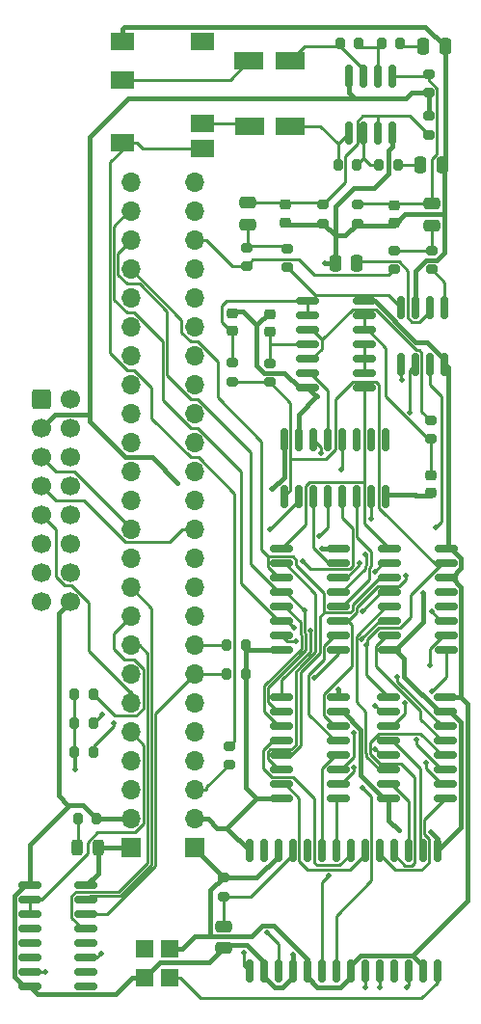
<source format=gbr>
%TF.GenerationSoftware,KiCad,Pcbnew,(7.0.0-0)*%
%TF.CreationDate,2023-03-31T09:05:14+02:00*%
%TF.ProjectId,Nes Sound Expansion,4e657320-536f-4756-9e64-20457870616e,rev?*%
%TF.SameCoordinates,Original*%
%TF.FileFunction,Copper,L1,Top*%
%TF.FilePolarity,Positive*%
%FSLAX46Y46*%
G04 Gerber Fmt 4.6, Leading zero omitted, Abs format (unit mm)*
G04 Created by KiCad (PCBNEW (7.0.0-0)) date 2023-03-31 09:05:14*
%MOMM*%
%LPD*%
G01*
G04 APERTURE LIST*
G04 Aperture macros list*
%AMRoundRect*
0 Rectangle with rounded corners*
0 $1 Rounding radius*
0 $2 $3 $4 $5 $6 $7 $8 $9 X,Y pos of 4 corners*
0 Add a 4 corners polygon primitive as box body*
4,1,4,$2,$3,$4,$5,$6,$7,$8,$9,$2,$3,0*
0 Add four circle primitives for the rounded corners*
1,1,$1+$1,$2,$3*
1,1,$1+$1,$4,$5*
1,1,$1+$1,$6,$7*
1,1,$1+$1,$8,$9*
0 Add four rect primitives between the rounded corners*
20,1,$1+$1,$2,$3,$4,$5,0*
20,1,$1+$1,$4,$5,$6,$7,0*
20,1,$1+$1,$6,$7,$8,$9,0*
20,1,$1+$1,$8,$9,$2,$3,0*%
G04 Aperture macros list end*
%TA.AperFunction,SMDPad,CuDef*%
%ADD10RoundRect,0.225000X0.250000X-0.225000X0.250000X0.225000X-0.250000X0.225000X-0.250000X-0.225000X0*%
%TD*%
%TA.AperFunction,SMDPad,CuDef*%
%ADD11RoundRect,0.225000X-0.250000X0.225000X-0.250000X-0.225000X0.250000X-0.225000X0.250000X0.225000X0*%
%TD*%
%TA.AperFunction,SMDPad,CuDef*%
%ADD12RoundRect,0.150000X-0.825000X-0.150000X0.825000X-0.150000X0.825000X0.150000X-0.825000X0.150000X0*%
%TD*%
%TA.AperFunction,SMDPad,CuDef*%
%ADD13RoundRect,0.200000X-0.200000X-0.275000X0.200000X-0.275000X0.200000X0.275000X-0.200000X0.275000X0*%
%TD*%
%TA.AperFunction,SMDPad,CuDef*%
%ADD14RoundRect,0.200000X-0.275000X0.200000X-0.275000X-0.200000X0.275000X-0.200000X0.275000X0.200000X0*%
%TD*%
%TA.AperFunction,SMDPad,CuDef*%
%ADD15RoundRect,0.250000X0.250000X0.475000X-0.250000X0.475000X-0.250000X-0.475000X0.250000X-0.475000X0*%
%TD*%
%TA.AperFunction,SMDPad,CuDef*%
%ADD16R,1.500000X1.600000*%
%TD*%
%TA.AperFunction,SMDPad,CuDef*%
%ADD17RoundRect,0.200000X0.200000X0.275000X-0.200000X0.275000X-0.200000X-0.275000X0.200000X-0.275000X0*%
%TD*%
%TA.AperFunction,SMDPad,CuDef*%
%ADD18RoundRect,0.150000X-0.150000X0.875000X-0.150000X-0.875000X0.150000X-0.875000X0.150000X0.875000X0*%
%TD*%
%TA.AperFunction,SMDPad,CuDef*%
%ADD19RoundRect,0.200000X0.275000X-0.200000X0.275000X0.200000X-0.275000X0.200000X-0.275000X-0.200000X0*%
%TD*%
%TA.AperFunction,SMDPad,CuDef*%
%ADD20RoundRect,0.250000X1.050000X0.550000X-1.050000X0.550000X-1.050000X-0.550000X1.050000X-0.550000X0*%
%TD*%
%TA.AperFunction,SMDPad,CuDef*%
%ADD21R,2.000000X1.500000*%
%TD*%
%TA.AperFunction,SMDPad,CuDef*%
%ADD22RoundRect,0.243750X-0.243750X-0.456250X0.243750X-0.456250X0.243750X0.456250X-0.243750X0.456250X0*%
%TD*%
%TA.AperFunction,SMDPad,CuDef*%
%ADD23RoundRect,0.250000X-0.475000X0.250000X-0.475000X-0.250000X0.475000X-0.250000X0.475000X0.250000X0*%
%TD*%
%TA.AperFunction,SMDPad,CuDef*%
%ADD24RoundRect,0.250000X0.475000X-0.250000X0.475000X0.250000X-0.475000X0.250000X-0.475000X-0.250000X0*%
%TD*%
%TA.AperFunction,SMDPad,CuDef*%
%ADD25RoundRect,0.250000X-0.250000X-0.475000X0.250000X-0.475000X0.250000X0.475000X-0.250000X0.475000X0*%
%TD*%
%TA.AperFunction,SMDPad,CuDef*%
%ADD26RoundRect,0.150000X0.150000X-0.825000X0.150000X0.825000X-0.150000X0.825000X-0.150000X-0.825000X0*%
%TD*%
%TA.AperFunction,SMDPad,CuDef*%
%ADD27RoundRect,0.150000X-0.150000X0.825000X-0.150000X-0.825000X0.150000X-0.825000X0.150000X0.825000X0*%
%TD*%
%TA.AperFunction,ComponentPad*%
%ADD28RoundRect,0.250000X-0.600000X-0.600000X0.600000X-0.600000X0.600000X0.600000X-0.600000X0.600000X0*%
%TD*%
%TA.AperFunction,ComponentPad*%
%ADD29C,1.700000*%
%TD*%
%TA.AperFunction,ComponentPad*%
%ADD30R,1.700000X1.700000*%
%TD*%
%TA.AperFunction,ComponentPad*%
%ADD31O,1.700000X1.700000*%
%TD*%
%TA.AperFunction,ViaPad*%
%ADD32C,0.500000*%
%TD*%
%TA.AperFunction,Conductor*%
%ADD33C,0.450000*%
%TD*%
%TA.AperFunction,Conductor*%
%ADD34C,0.220000*%
%TD*%
G04 APERTURE END LIST*
D10*
%TO.P,C9,1*%
%TO.N,GND*%
X130810000Y-54364000D03*
%TO.P,C9,2*%
%TO.N,Net-(U3B-+)*%
X130810000Y-52814000D03*
%TD*%
D11*
%TO.P,C8,1*%
%TO.N,Net-(U3A-+)*%
X121285000Y-52753000D03*
%TO.P,C8,2*%
%TO.N,GND*%
X121285000Y-54303000D03*
%TD*%
%TO.P,C5,1*%
%TO.N,Net-(C5-Pad1)*%
X134047000Y-76502000D03*
%TO.P,C5,2*%
%TO.N,GND*%
X134047000Y-78052000D03*
%TD*%
D10*
%TO.P,C4,1*%
%TO.N,Net-(C4-Pad1)*%
X116651000Y-63833000D03*
%TO.P,C4,2*%
%TO.N,GND*%
X116651000Y-62283000D03*
%TD*%
D11*
%TO.P,C3,1*%
%TO.N,GND*%
X119888000Y-62331000D03*
%TO.P,C3,2*%
%TO.N,Net-(C3-Pad2)*%
X119888000Y-63881000D03*
%TD*%
D12*
%TO.P,U1,1,E*%
%TO.N,GND*%
X98806000Y-112522000D03*
%TO.P,U1,2,A0*%
%TO.N,OUT1*%
X98806000Y-113792000D03*
%TO.P,U1,3,A1*%
X98806000Y-115062000D03*
%TO.P,U1,4,O0*%
%TO.N,unconnected-(U1A-O0-Pad4)*%
X98806000Y-116332000D03*
%TO.P,U1,5,O1*%
%TO.N,unconnected-(U1A-O1-Pad5)*%
X98806000Y-117602000D03*
%TO.P,U1,6,O2*%
%TO.N,unconnected-(U1A-O2-Pad6)*%
X98806000Y-118872000D03*
%TO.P,U1,7,O3*%
%TO.N,OUT1_*%
X98806000Y-120142000D03*
%TO.P,U1,8,GND*%
%TO.N,GND*%
X98806000Y-121412000D03*
%TO.P,U1,9,O3*%
%TO.N,unconnected-(U1B-O3-Pad9)*%
X103756000Y-121412000D03*
%TO.P,U1,10,O2*%
%TO.N,unconnected-(U1B-O2-Pad10)*%
X103756000Y-120142000D03*
%TO.P,U1,11,O1*%
%TO.N,CS_*%
X103756000Y-118872000D03*
%TO.P,U1,12,O0*%
%TO.N,unconnected-(U1B-O0-Pad12)*%
X103756000Y-117602000D03*
%TO.P,U1,13,A1*%
%TO.N,R-W*%
X103756000Y-116332000D03*
%TO.P,U1,14,A0*%
%TO.N,A14*%
X103756000Y-115062000D03*
%TO.P,U1,15,E*%
%TO.N,ROMSEL*%
X103756000Y-113792000D03*
%TO.P,U1,16,VCC*%
%TO.N,+5V*%
X103756000Y-112522000D03*
%TD*%
D13*
%TO.P,R9,1*%
%TO.N,Net-(J7-K)*%
X103061000Y-106680000D03*
%TO.P,R9,2*%
%TO.N,GND*%
X104711000Y-106680000D03*
%TD*%
D12*
%TO.P,U7,1,~{Mr}*%
%TO.N,FF_Reset*%
X130432000Y-82931000D03*
%TO.P,U7,2,Q0*%
%TO.N,D0_buf*%
X130432000Y-84201000D03*
%TO.P,U7,3,D0*%
%TO.N,D4*%
X130432000Y-85471000D03*
%TO.P,U7,4,D1*%
%TO.N,D5*%
X130432000Y-86741000D03*
%TO.P,U7,5,Q1*%
%TO.N,D1_buf*%
X130432000Y-88011000D03*
%TO.P,U7,6,D2*%
%TO.N,D6*%
X130432000Y-89281000D03*
%TO.P,U7,7,Q2*%
%TO.N,D2_buf*%
X130432000Y-90551000D03*
%TO.P,U7,8,GND*%
%TO.N,GND*%
X130432000Y-91821000D03*
%TO.P,U7,9,Cp*%
%TO.N,OUT1_*%
X135382000Y-91821000D03*
%TO.P,U7,10,Q3*%
%TO.N,D3_buf*%
X135382000Y-90551000D03*
%TO.P,U7,11,D3*%
%TO.N,D7*%
X135382000Y-89281000D03*
%TO.P,U7,12,Q4*%
%TO.N,unconnected-(U7-Q4-Pad12)*%
X135382000Y-88011000D03*
%TO.P,U7,13,D4*%
%TO.N,unconnected-(U7-D4-Pad13)*%
X135382000Y-86741000D03*
%TO.P,U7,14,D5*%
%TO.N,+5V*%
X135382000Y-85471000D03*
%TO.P,U7,15,Q5*%
%TO.N,4016_EN*%
X135382000Y-84201000D03*
%TO.P,U7,16,VCC*%
%TO.N,+5V*%
X135382000Y-82931000D03*
%TD*%
%TO.P,U2,1*%
%TO.N,Net-(C4-Pad1)*%
X123255000Y-61214000D03*
%TO.P,U2,2*%
X123255000Y-62484000D03*
%TO.P,U2,3*%
%TO.N,Net-(R14-Pad2)*%
X123255000Y-63754000D03*
%TO.P,U2,4*%
%TO.N,Net-(C3-Pad2)*%
X123255000Y-65024000D03*
%TO.P,U2,5*%
%TO.N,Net-(R14-Pad2)*%
X123255000Y-66294000D03*
%TO.P,U2,6*%
%TO.N,CS_buf*%
X123255000Y-67564000D03*
%TO.P,U2,7,GND*%
%TO.N,GND*%
X123255000Y-68834000D03*
%TO.P,U2,8*%
%TO.N,FF_Reset*%
X128205000Y-68834000D03*
%TO.P,U2,9*%
%TO.N,Net-(U2-Pad10)*%
X128205000Y-67564000D03*
%TO.P,U2,10*%
X128205000Y-66294000D03*
%TO.P,U2,11*%
X128205000Y-65024000D03*
%TO.P,U2,12*%
%TO.N,Net-(C5-Pad1)*%
X128205000Y-63754000D03*
%TO.P,U2,13*%
X128205000Y-62484000D03*
%TO.P,U2,14,VCC*%
%TO.N,+5V*%
X128205000Y-61214000D03*
%TD*%
D14*
%TO.P,R6,1*%
%TO.N,Net-(C6-Pad1)*%
X117856000Y-56508000D03*
%TO.P,R6,2*%
%TO.N,Aud*%
X117856000Y-58158000D03*
%TD*%
D12*
%TO.P,U6,1,~{Mr}*%
%TO.N,FF_Reset*%
X120969000Y-82931000D03*
%TO.P,U6,2,Q0*%
%TO.N,D4_buf*%
X120969000Y-84201000D03*
%TO.P,U6,3,D0*%
%TO.N,D4*%
X120969000Y-85471000D03*
%TO.P,U6,4,D1*%
%TO.N,D5*%
X120969000Y-86741000D03*
%TO.P,U6,5,Q1*%
%TO.N,D5_buf*%
X120969000Y-88011000D03*
%TO.P,U6,6,D2*%
%TO.N,D6*%
X120969000Y-89281000D03*
%TO.P,U6,7,Q2*%
%TO.N,D6_buf*%
X120969000Y-90551000D03*
%TO.P,U6,8,GND*%
%TO.N,GND*%
X120969000Y-91821000D03*
%TO.P,U6,9,Cp*%
%TO.N,OUT1*%
X125919000Y-91821000D03*
%TO.P,U6,10,Q3*%
%TO.N,D7_buf*%
X125919000Y-90551000D03*
%TO.P,U6,11,D3*%
%TO.N,D7*%
X125919000Y-89281000D03*
%TO.P,U6,12,Q4*%
%TO.N,A0_buf*%
X125919000Y-88011000D03*
%TO.P,U6,13,D4*%
%TO.N,D3*%
X125919000Y-86741000D03*
%TO.P,U6,14,D5*%
%TO.N,D2*%
X125919000Y-85471000D03*
%TO.P,U6,15,Q5*%
%TO.N,A1_buf*%
X125919000Y-84201000D03*
%TO.P,U6,16,VCC*%
%TO.N,+5V*%
X125919000Y-82931000D03*
%TD*%
D15*
%TO.P,C2,1*%
%TO.N,Net-(BU9480F1-REF)*%
X127569000Y-57846000D03*
%TO.P,C2,2*%
%TO.N,GND*%
X125669000Y-57846000D03*
%TD*%
D14*
%TO.P,R7,1*%
%TO.N,Net-(C7-Pad1)*%
X130810000Y-56762000D03*
%TO.P,R7,2*%
%TO.N,Aud*%
X130810000Y-58412000D03*
%TD*%
%TO.P,R8,1*%
%TO.N,Net-(C7-Pad1)*%
X134112000Y-56762000D03*
%TO.P,R8,2*%
%TO.N,Net-(BU9480F1-ROUT)*%
X134112000Y-58412000D03*
%TD*%
D16*
%TO.P,X1,1,~{ST}*%
%TO.N,unconnected-(X1-~{ST}-Pad1)*%
X108881999Y-118109999D03*
%TO.P,X1,2,GND*%
%TO.N,GND*%
X108881999Y-120649999D03*
%TO.P,X1,3,OUT*%
%TO.N,Net-(X1-OUT)*%
X111081999Y-120649999D03*
%TO.P,X1,4,VCC*%
%TO.N,+5V*%
X111081999Y-118109999D03*
%TD*%
D17*
%TO.P,R4,1*%
%TO.N,Net-(J3-Pin_9)*%
X104394000Y-98298000D03*
%TO.P,R4,2*%
%TO.N,AudIn*%
X102744000Y-98298000D03*
%TD*%
D14*
%TO.P,R5,1*%
%TO.N,Net-(C6-Pad1)*%
X121412000Y-56571000D03*
%TO.P,R5,2*%
%TO.N,Net-(BU9480F1-LOUT)*%
X121412000Y-58221000D03*
%TD*%
D18*
%TO.P,YMF288,1,GND*%
%TO.N,GND*%
X134620000Y-109474000D03*
%TO.P,YMF288,2,D0*%
%TO.N,D0_Chip*%
X133350000Y-109474000D03*
%TO.P,YMF288,3,D1*%
%TO.N,D1_Chip*%
X132080000Y-109474000D03*
%TO.P,YMF288,4,D2*%
%TO.N,D2_Chip*%
X130810000Y-109474000D03*
%TO.P,YMF288,5,D3*%
%TO.N,D3_Chip*%
X129540000Y-109474000D03*
%TO.P,YMF288,6,D4*%
%TO.N,D4_Chip*%
X128270000Y-109474000D03*
%TO.P,YMF288,7,D5*%
%TO.N,D5_Chip*%
X127000000Y-109474000D03*
%TO.P,YMF288,8,D6*%
%TO.N,D6_Chip*%
X125730000Y-109474000D03*
%TO.P,YMF288,9,D7*%
%TO.N,D7_Chip*%
X124460000Y-109474000D03*
%TO.P,YMF288,10,NC*%
%TO.N,unconnected-(YMF288-NC-Pad10)*%
X123190000Y-109474000D03*
%TO.P,YMF288,11,~{RST}*%
%TO.N,Net-(YMF288-~{RST})*%
X121920000Y-109474000D03*
%TO.P,YMF288,12,5V/3V*%
%TO.N,+5V*%
X120650000Y-109474000D03*
%TO.P,YMF288,13,NC*%
%TO.N,unconnected-(YMF288-NC-Pad13)*%
X119380000Y-109474000D03*
%TO.P,YMF288,14,GND*%
%TO.N,GND*%
X118110000Y-109474000D03*
%TO.P,YMF288,15,~{IRQ}*%
%TO.N,IRQ*%
X118110000Y-120044000D03*
%TO.P,YMF288,16,GND*%
%TO.N,GND*%
X119380000Y-120044000D03*
%TO.P,YMF288,17,~{CS}*%
%TO.N,CS_Chip*%
X120650000Y-120044000D03*
%TO.P,YMF288,18,~{WR}*%
%TO.N,GND*%
X121920000Y-120044000D03*
%TO.P,YMF288,19,~{RD}*%
%TO.N,+5V*%
X123190000Y-120044000D03*
%TO.P,YMF288,20,A0*%
%TO.N,A0_Chip*%
X124460000Y-120044000D03*
%TO.P,YMF288,21,A1*%
%TO.N,A1_Chip*%
X125730000Y-120044000D03*
%TO.P,YMF288,22,VCC*%
%TO.N,+5V*%
X127000000Y-120044000D03*
%TO.P,YMF288,23,BCLK*%
%TO.N,Net-(BU9480F1-BCLK)*%
X128270000Y-120044000D03*
%TO.P,YMF288,24,SOUT*%
%TO.N,Net-(BU9480F1-SDAT)*%
X129540000Y-120044000D03*
%TO.P,YMF288,25,MCLK*%
%TO.N,unconnected-(YMF288-MCLK-Pad25)*%
X130810000Y-120044000D03*
%TO.P,YMF288,26,LRCK*%
%TO.N,Net-(BU9480F1-LRCK)*%
X132080000Y-120044000D03*
%TO.P,YMF288,27,VCC*%
%TO.N,+5V*%
X133350000Y-120044000D03*
%TO.P,YMF288,28,FMOSC*%
%TO.N,Net-(X1-OUT)*%
X134620000Y-120044000D03*
%TD*%
D19*
%TO.P,R14,1*%
%TO.N,Net-(C5-Pad1)*%
X134047000Y-73318500D03*
%TO.P,R14,2*%
%TO.N,Net-(R14-Pad2)*%
X134047000Y-71668500D03*
%TD*%
D14*
%TO.P,R13,1*%
%TO.N,Net-(C4-Pad1)*%
X116651000Y-66628000D03*
%TO.P,R13,2*%
%TO.N,4016_EN*%
X116651000Y-68278000D03*
%TD*%
%TO.P,R12,1*%
%TO.N,Net-(C3-Pad2)*%
X119888000Y-66676000D03*
%TO.P,R12,2*%
%TO.N,4016_EN*%
X119888000Y-68326000D03*
%TD*%
%TO.P,R15,1*%
%TO.N,+5V*%
X115824000Y-111839000D03*
%TO.P,R15,2*%
%TO.N,Net-(YMF288-~{RST})*%
X115824000Y-113489000D03*
%TD*%
D17*
%TO.P,R17,1*%
%TO.N,GND*%
X117776000Y-91440000D03*
%TO.P,R17,2*%
%TO.N,A13*%
X116126000Y-91440000D03*
%TD*%
D20*
%TO.P,C11,1*%
%TO.N,Net-(C11-Pad1)*%
X121688000Y-40132000D03*
%TO.P,C11,2*%
%TO.N,Net-(C11-Pad2)*%
X118088000Y-40132000D03*
%TD*%
D21*
%TO.P,J6,2*%
%TO.N,N/C*%
X113989999Y-38386999D03*
%TO.P,J6,G*%
%TO.N,GND*%
X106989999Y-38386999D03*
%TO.P,J6,S*%
%TO.N,Net-(C11-Pad2)*%
X106989999Y-41786999D03*
%TO.P,J6,SN*%
%TO.N,Net-(J6-PadSN)*%
X106989999Y-47286999D03*
%TO.P,J6,T*%
%TO.N,Net-(C10-Pad2)*%
X113989999Y-45586999D03*
%TO.P,J6,TN*%
%TO.N,Net-(J6-PadSN)*%
X113989999Y-47786999D03*
%TD*%
D17*
%TO.P,R19,1*%
%TO.N,Net-(J4-Pin_9)*%
X104394000Y-95758000D03*
%TO.P,R19,2*%
%TO.N,AudIn*%
X102744000Y-95758000D03*
%TD*%
%TO.P,R16,1*%
%TO.N,GND*%
X117792000Y-93980000D03*
%TO.P,R16,2*%
%TO.N,A14*%
X116142000Y-93980000D03*
%TD*%
D22*
%TO.P,J7,1,K*%
%TO.N,Net-(J7-K)*%
X102948500Y-109220000D03*
%TO.P,J7,2,A*%
%TO.N,+5V*%
X104823500Y-109220000D03*
%TD*%
D20*
%TO.P,C10,1*%
%TO.N,Net-(C10-Pad1)*%
X121710000Y-45847000D03*
%TO.P,C10,2*%
%TO.N,Net-(C10-Pad2)*%
X118110000Y-45847000D03*
%TD*%
D17*
%TO.P,R18,1*%
%TO.N,Net-(J3-Pin_6)*%
X104394000Y-100838000D03*
%TO.P,R18,2*%
%TO.N,AudIn*%
X102744000Y-100838000D03*
%TD*%
D23*
%TO.P,C1,1*%
%TO.N,Net-(YMF288-~{RST})*%
X115824000Y-116095000D03*
%TO.P,C1,2*%
%TO.N,GND*%
X115824000Y-117995000D03*
%TD*%
D24*
%TO.P,C6,1*%
%TO.N,Net-(C6-Pad1)*%
X117983000Y-54478000D03*
%TO.P,C6,2*%
%TO.N,Net-(U3A-+)*%
X117983000Y-52578000D03*
%TD*%
%TO.P,C7,1*%
%TO.N,Net-(C7-Pad1)*%
X134112000Y-54544000D03*
%TO.P,C7,2*%
%TO.N,Net-(U3B-+)*%
X134112000Y-52644000D03*
%TD*%
D25*
%TO.P,C12,1*%
%TO.N,Net-(C12-Pad1)*%
X133162000Y-49276000D03*
%TO.P,C12,2*%
%TO.N,GND*%
X135062000Y-49276000D03*
%TD*%
%TO.P,C13,1*%
%TO.N,Net-(C13-Pad1)*%
X133416000Y-38862000D03*
%TO.P,C13,2*%
%TO.N,GND*%
X135316000Y-38862000D03*
%TD*%
D14*
%TO.P,R22,1*%
%TO.N,Net-(U3B-+)*%
X133858000Y-41276000D03*
%TO.P,R22,2*%
%TO.N,+5V*%
X133858000Y-42926000D03*
%TD*%
D19*
%TO.P,R23,1*%
%TO.N,GND*%
X127635000Y-54376500D03*
%TO.P,R23,2*%
%TO.N,Net-(U3B-+)*%
X127635000Y-52726500D03*
%TD*%
D13*
%TO.P,R26,1*%
%TO.N,Net-(C10-Pad1)*%
X125897500Y-49276000D03*
%TO.P,R26,2*%
%TO.N,Net-(U3A--)*%
X127547500Y-49276000D03*
%TD*%
D26*
%TO.P,U3,1*%
%TO.N,Net-(C10-Pad1)*%
X126873000Y-46417000D03*
%TO.P,U3,2,-*%
%TO.N,Net-(U3A--)*%
X128143000Y-46417000D03*
%TO.P,U3,3,+*%
%TO.N,Net-(U3A-+)*%
X129413000Y-46417000D03*
%TO.P,U3,4,V-*%
%TO.N,GND*%
X130683000Y-46417000D03*
%TO.P,U3,5,+*%
%TO.N,Net-(U3B-+)*%
X130683000Y-41467000D03*
%TO.P,U3,6,-*%
%TO.N,Net-(U3B--)*%
X129413000Y-41467000D03*
%TO.P,U3,7*%
%TO.N,Net-(C11-Pad1)*%
X128143000Y-41467000D03*
%TO.P,U3,8,V+*%
%TO.N,+5V*%
X126873000Y-41467000D03*
%TD*%
D27*
%TO.P,BU9480F1,1,ROUT*%
%TO.N,Net-(BU9480F1-ROUT)*%
X135255000Y-61787000D03*
%TO.P,BU9480F1,2,REF*%
%TO.N,Net-(BU9480F1-REF)*%
X133985000Y-61787000D03*
%TO.P,BU9480F1,3,GND*%
%TO.N,GND*%
X132715000Y-61787000D03*
%TO.P,BU9480F1,4,LOUT*%
%TO.N,Net-(BU9480F1-LOUT)*%
X131445000Y-61787000D03*
%TO.P,BU9480F1,5,LRCK*%
%TO.N,Net-(BU9480F1-LRCK)*%
X131445000Y-66737000D03*
%TO.P,BU9480F1,6,SDAT*%
%TO.N,Net-(BU9480F1-SDAT)*%
X132715000Y-66737000D03*
%TO.P,BU9480F1,7,BCLK*%
%TO.N,Net-(BU9480F1-BCLK)*%
X133985000Y-66737000D03*
%TO.P,BU9480F1,8,VCC*%
%TO.N,+5V*%
X135255000Y-66737000D03*
%TD*%
D14*
%TO.P,R21,1*%
%TO.N,Net-(U3A-+)*%
X124587000Y-52726500D03*
%TO.P,R21,2*%
%TO.N,GND*%
X124587000Y-54376500D03*
%TD*%
D13*
%TO.P,R24,1*%
%TO.N,Net-(U3A--)*%
X129500500Y-49276000D03*
%TO.P,R24,2*%
%TO.N,Net-(C12-Pad1)*%
X131150500Y-49276000D03*
%TD*%
%TO.P,R25,1*%
%TO.N,Net-(U3B--)*%
X129731000Y-38608000D03*
%TO.P,R25,2*%
%TO.N,Net-(C13-Pad1)*%
X131381000Y-38608000D03*
%TD*%
%TO.P,R27,1*%
%TO.N,Net-(C11-Pad1)*%
X126071500Y-38608000D03*
%TO.P,R27,2*%
%TO.N,Net-(U3B--)*%
X127721500Y-38608000D03*
%TD*%
D14*
%TO.P,R20,1*%
%TO.N,+5V*%
X133858000Y-44959000D03*
%TO.P,R20,2*%
%TO.N,Net-(U3A-+)*%
X133858000Y-46609000D03*
%TD*%
%TO.P,R10,1*%
%TO.N,Net-(J6-PadSN)*%
X116332000Y-100267000D03*
%TO.P,R10,2*%
%TO.N,AudIn*%
X116332000Y-101917000D03*
%TD*%
D28*
%TO.P,J1,1,Pin_1*%
%TO.N,Joy1_D2*%
X99822000Y-69850000D03*
D29*
%TO.P,J1,2,Pin_2*%
%TO.N,Joy2_D0*%
X102362000Y-69850000D03*
%TO.P,J1,3,Pin_3*%
%TO.N,+5V*%
X99822000Y-72390000D03*
%TO.P,J1,4,Pin_4*%
%TO.N,Joy2_D1*%
X102362000Y-72390000D03*
%TO.P,J1,5,Pin_5*%
%TO.N,Joy1_OE*%
X99822000Y-74930000D03*
%TO.P,J1,6,Pin_6*%
%TO.N,Joy2_D2*%
X102362000Y-74930000D03*
%TO.P,J1,7,Pin_7*%
%TO.N,Joy1_D1*%
X99822000Y-77470000D03*
%TO.P,J1,8,Pin_8*%
%TO.N,Joy2_D3*%
X102362000Y-77470000D03*
%TO.P,J1,9,Pin_9*%
%TO.N,OUT0*%
X99822000Y-80010000D03*
%TO.P,J1,10,Pin_10*%
%TO.N,Joy2_D4*%
X102362000Y-80010000D03*
%TO.P,J1,11,Pin_11*%
%TO.N,OUT1*%
X99822000Y-82550000D03*
%TO.P,J1,12,Pin_12*%
%TO.N,IRQ*%
X102362000Y-82550000D03*
%TO.P,J1,13,Pin_13*%
%TO.N,OUT2*%
X99822000Y-85090000D03*
%TO.P,J1,14,Pin_14*%
%TO.N,Aud*%
X102362000Y-85090000D03*
%TO.P,J1,15,Pin_15*%
%TO.N,Joy2_OE*%
X99822000Y-87630000D03*
%TO.P,J1,16,Pin_16*%
%TO.N,GND*%
X102362000Y-87630000D03*
%TD*%
D12*
%TO.P,U8,1,S*%
%TO.N,4016_EN*%
X120969000Y-96012000D03*
%TO.P,U8,2,I0a*%
%TO.N,D5*%
X120969000Y-97282000D03*
%TO.P,U8,3,I1a*%
%TO.N,D5_buf*%
X120969000Y-98552000D03*
%TO.P,U8,4,Za*%
%TO.N,D5_Chip*%
X120969000Y-99822000D03*
%TO.P,U8,5,I0b*%
%TO.N,D4*%
X120969000Y-101092000D03*
%TO.P,U8,6,I1b*%
%TO.N,D4_buf*%
X120969000Y-102362000D03*
%TO.P,U8,7,Zb*%
%TO.N,D4_Chip*%
X120969000Y-103632000D03*
%TO.P,U8,8,GND*%
%TO.N,GND*%
X120969000Y-104902000D03*
%TO.P,U8,9,Zd*%
%TO.N,D6_Chip*%
X125919000Y-104902000D03*
%TO.P,U8,10,I1d*%
%TO.N,D6_buf*%
X125919000Y-103632000D03*
%TO.P,U8,11,I0d*%
%TO.N,D6*%
X125919000Y-102362000D03*
%TO.P,U8,12,Zc*%
%TO.N,D7_Chip*%
X125919000Y-101092000D03*
%TO.P,U8,13,I1c*%
%TO.N,D7_buf*%
X125919000Y-99822000D03*
%TO.P,U8,14,I0c*%
%TO.N,D7*%
X125919000Y-98552000D03*
%TO.P,U8,15,OE*%
%TO.N,GND*%
X125919000Y-97282000D03*
%TO.P,U8,16,VCC*%
%TO.N,+5V*%
X125919000Y-96012000D03*
%TD*%
D26*
%TO.P,U10,1,S*%
%TO.N,4016_EN*%
X121158000Y-78356000D03*
%TO.P,U10,2,I0a*%
%TO.N,A1*%
X122428000Y-78356000D03*
%TO.P,U10,3,I1a*%
%TO.N,A1_buf*%
X123698000Y-78356000D03*
%TO.P,U10,4,Za*%
%TO.N,A1_Chip*%
X124968000Y-78356000D03*
%TO.P,U10,5,I0b*%
%TO.N,A13*%
X126238000Y-78356000D03*
%TO.P,U10,6,I1b*%
%TO.N,A0_buf*%
X127508000Y-78356000D03*
%TO.P,U10,7,Zb*%
%TO.N,A0_Chip*%
X128778000Y-78356000D03*
%TO.P,U10,8,GND*%
%TO.N,GND*%
X130048000Y-78356000D03*
%TO.P,U10,9,Zd*%
%TO.N,unconnected-(U10-Zd-Pad9)*%
X130048000Y-73406000D03*
%TO.P,U10,10,I1d*%
%TO.N,unconnected-(U10-I1d-Pad10)*%
X128778000Y-73406000D03*
%TO.P,U10,11,I0d*%
%TO.N,unconnected-(U10-I0d-Pad11)*%
X127508000Y-73406000D03*
%TO.P,U10,12,Zc*%
%TO.N,CS_Chip*%
X126238000Y-73406000D03*
%TO.P,U10,13,I1c*%
%TO.N,CS_buf*%
X124968000Y-73406000D03*
%TO.P,U10,14,I0c*%
%TO.N,CS_*%
X123698000Y-73406000D03*
%TO.P,U10,15,OE*%
%TO.N,GND*%
X122428000Y-73406000D03*
%TO.P,U10,16,VCC*%
%TO.N,+5V*%
X121158000Y-73406000D03*
%TD*%
D12*
%TO.P,U9,1,S*%
%TO.N,4016_EN*%
X130367000Y-96012000D03*
%TO.P,U9,2,I0a*%
%TO.N,D0*%
X130367000Y-97282000D03*
%TO.P,U9,3,I1a*%
%TO.N,D0_buf*%
X130367000Y-98552000D03*
%TO.P,U9,4,Za*%
%TO.N,D0_Chip*%
X130367000Y-99822000D03*
%TO.P,U9,5,I0b*%
%TO.N,D1*%
X130367000Y-101092000D03*
%TO.P,U9,6,I1b*%
%TO.N,D1_buf*%
X130367000Y-102362000D03*
%TO.P,U9,7,Zb*%
%TO.N,D1_Chip*%
X130367000Y-103632000D03*
%TO.P,U9,8,GND*%
%TO.N,GND*%
X130367000Y-104902000D03*
%TO.P,U9,9,Zd*%
%TO.N,D3_Chip*%
X135317000Y-104902000D03*
%TO.P,U9,10,I1d*%
%TO.N,D3_buf*%
X135317000Y-103632000D03*
%TO.P,U9,11,I0d*%
%TO.N,D3*%
X135317000Y-102362000D03*
%TO.P,U9,12,Zc*%
%TO.N,D2_Chip*%
X135317000Y-101092000D03*
%TO.P,U9,13,I1c*%
%TO.N,D2_buf*%
X135317000Y-99822000D03*
%TO.P,U9,14,I0c*%
%TO.N,D2*%
X135317000Y-98552000D03*
%TO.P,U9,15,OE*%
%TO.N,GND*%
X135317000Y-97282000D03*
%TO.P,U9,16,VCC*%
%TO.N,+5V*%
X135317000Y-96012000D03*
%TD*%
D30*
%TO.P,J3,1,Pin_1*%
%TO.N,+5V*%
X113283999Y-109219999D03*
D31*
%TO.P,J3,2,Pin_2*%
%TO.N,GND*%
X113283999Y-106679999D03*
%TO.P,J3,3,Pin_3*%
%TO.N,AudIn*%
X113283999Y-104139999D03*
%TO.P,J3,4,Pin_4*%
%TO.N,NMI*%
X113283999Y-101599999D03*
%TO.P,J3,5,Pin_5*%
%TO.N,unconnected-(J3-Pin_5-Pad5)*%
X113283999Y-99059999D03*
%TO.P,J3,6,Pin_6*%
%TO.N,Net-(J3-Pin_6)*%
X113283999Y-96519999D03*
%TO.P,J3,7,Pin_7*%
%TO.N,A14*%
X113283999Y-93979999D03*
%TO.P,J3,8,Pin_8*%
%TO.N,A13*%
X113283999Y-91439999D03*
%TO.P,J3,9,Pin_9*%
%TO.N,Net-(J3-Pin_9)*%
X113283999Y-88899999D03*
%TO.P,J3,10,Pin_10*%
%TO.N,unconnected-(J3-Pin_10-Pad10)*%
X113283999Y-86359999D03*
%TO.P,J3,11,Pin_11*%
%TO.N,Joy2_OE*%
X113283999Y-83819999D03*
%TO.P,J3,12,Pin_12*%
%TO.N,Joy1_D1*%
X113283999Y-81279999D03*
%TO.P,J3,13,Pin_13*%
%TO.N,Joy1_D3*%
X113283999Y-78739999D03*
%TO.P,J3,14,Pin_14*%
%TO.N,IRQ*%
X113283999Y-76199999D03*
%TO.P,J3,15,Pin_15*%
%TO.N,Joy2_D2*%
X113283999Y-73659999D03*
%TO.P,J3,16,Pin_16*%
%TO.N,Joy2_D3*%
X113283999Y-71119999D03*
%TO.P,J3,17,Pin_17*%
%TO.N,unconnected-(J3-Pin_17-Pad17)*%
X113283999Y-68579999D03*
%TO.P,J3,18,Pin_18*%
%TO.N,Joy2_D4*%
X113283999Y-66039999D03*
%TO.P,J3,19,Pin_19*%
%TO.N,Joy2_D0*%
X113283999Y-63499999D03*
%TO.P,J3,20,Pin_20*%
%TO.N,Joy2_D1*%
X113283999Y-60959999D03*
%TO.P,J3,21,Pin_21*%
%TO.N,unconnected-(J3-Pin_21-Pad21)*%
X113283999Y-58419999D03*
%TO.P,J3,22,Pin_22*%
%TO.N,Aud*%
X113283999Y-55879999D03*
%TO.P,J3,23,Pin_23*%
%TO.N,unconnected-(J3-Pin_23-Pad23)*%
X113283999Y-53339999D03*
%TO.P,J3,24,Pin_24*%
%TO.N,unconnected-(J3-Pin_24-Pad24)*%
X113283999Y-50799999D03*
%TD*%
D30*
%TO.P,J4,1,Pin_1*%
%TO.N,+5V*%
X107695999Y-109219999D03*
D31*
%TO.P,J4,2,Pin_2*%
%TO.N,GND*%
X107695999Y-106679999D03*
%TO.P,J4,3,Pin_3*%
%TO.N,unconnected-(J4-Pin_3-Pad3)*%
X107695999Y-104139999D03*
%TO.P,J4,4,Pin_4*%
%TO.N,OUT2*%
X107695999Y-101599999D03*
%TO.P,J4,5,Pin_5*%
%TO.N,OUT1*%
X107695999Y-99059999D03*
%TO.P,J4,6,Pin_6*%
%TO.N,OUT0*%
X107695999Y-96519999D03*
%TO.P,J4,7,Pin_7*%
%TO.N,unconnected-(J4-Pin_7-Pad7)*%
X107695999Y-93979999D03*
%TO.P,J4,8,Pin_8*%
%TO.N,R-W*%
X107695999Y-91439999D03*
%TO.P,J4,9,Pin_9*%
%TO.N,Net-(J4-Pin_9)*%
X107695999Y-88899999D03*
%TO.P,J4,10,Pin_10*%
%TO.N,ROMSEL*%
X107695999Y-86359999D03*
%TO.P,J4,11,Pin_11*%
%TO.N,A1*%
X107695999Y-83819999D03*
%TO.P,J4,12,Pin_12*%
%TO.N,Joy1_OE*%
X107695999Y-81279999D03*
%TO.P,J4,13,Pin_13*%
%TO.N,Joy1_D4*%
X107695999Y-78739999D03*
%TO.P,J4,14,Pin_14*%
%TO.N,Joy1_D0*%
X107695999Y-76199999D03*
%TO.P,J4,15,Pin_15*%
%TO.N,unconnected-(J4-Pin_15-Pad15)*%
X107695999Y-73659999D03*
%TO.P,J4,16,Pin_16*%
%TO.N,Joy1_D2*%
X107695999Y-71119999D03*
%TO.P,J4,17,Pin_17*%
%TO.N,D0*%
X107695999Y-68579999D03*
%TO.P,J4,18,Pin_18*%
%TO.N,D1*%
X107695999Y-66039999D03*
%TO.P,J4,19,Pin_19*%
%TO.N,D2*%
X107695999Y-63499999D03*
%TO.P,J4,20,Pin_20*%
%TO.N,D3*%
X107695999Y-60959999D03*
%TO.P,J4,21,Pin_21*%
%TO.N,D4*%
X107695999Y-58419999D03*
%TO.P,J4,22,Pin_22*%
%TO.N,D5*%
X107695999Y-55879999D03*
%TO.P,J4,23,Pin_23*%
%TO.N,D6*%
X107695999Y-53339999D03*
%TO.P,J4,24,Pin_24*%
%TO.N,D7*%
X107695999Y-50799999D03*
%TD*%
D32*
%TO.N,Net-(J3-Pin_6)*%
X106172000Y-98298000D03*
%TO.N,Net-(J3-Pin_9)*%
X105192300Y-97472900D03*
%TO.N,IRQ*%
X117657800Y-118375300D03*
%TO.N,4016_EN*%
X128421500Y-91391200D03*
X123449000Y-90139400D03*
%TO.N,AudIn*%
X102779800Y-102362000D03*
%TO.N,A1_Chip*%
X128048400Y-103912900D03*
X124223700Y-81817900D03*
%TO.N,A0_Chip*%
X125059100Y-111610900D03*
X128803700Y-80278700D03*
%TO.N,CS_Chip*%
X119642000Y-116638900D03*
X126181900Y-76026300D03*
%TO.N,CS_*%
X124381900Y-74552300D03*
X105084300Y-118474000D03*
%TO.N,A1*%
X119915500Y-81228500D03*
%TO.N,A13*%
X122773100Y-84080600D03*
%TO.N,Net-(BU9480F1-LRCK)*%
X131502900Y-68104600D03*
X131913400Y-121478500D03*
%TO.N,Net-(BU9480F1-SDAT)*%
X132205300Y-70985600D03*
X129540000Y-121459000D03*
%TO.N,Net-(BU9480F1-BCLK)*%
X134481200Y-81066900D03*
X128270000Y-121449300D03*
%TO.N,OUT1_*%
X134139300Y-95438700D03*
X100173500Y-120078400D03*
%TO.N,D6_buf*%
X127297800Y-102187200D03*
X122187200Y-91062900D03*
%TO.N,D0_buf*%
X131777200Y-96504200D03*
X129115000Y-84937500D03*
%TO.N,D3_buf*%
X133650800Y-101714500D03*
X133947500Y-93179000D03*
%TO.N,OUT1*%
X123821800Y-94244900D03*
%TO.N,D0*%
X129169200Y-96726800D03*
%TO.N,D1*%
X129181700Y-100509400D03*
%TO.N,D2*%
X127831000Y-84168000D03*
X131102100Y-94202000D03*
%TO.N,D3*%
X128314700Y-83422900D03*
X132765200Y-99669800D03*
%TO.N,D5*%
X122963800Y-88394800D03*
X128009100Y-88419300D03*
%TO.N,D6*%
X122063200Y-89910000D03*
X127277500Y-99083800D03*
X127990200Y-90933800D03*
%TO.N,D7*%
X131829700Y-85291500D03*
X134106100Y-88464400D03*
%TO.N,GND*%
X121920000Y-118579700D03*
X124740400Y-57912000D03*
X131275500Y-107684700D03*
X134024100Y-107799700D03*
X124049100Y-69588500D03*
X133365800Y-86821900D03*
X132696700Y-78249900D03*
%TO.N,+5V*%
X125919000Y-95313900D03*
X120107900Y-77702200D03*
X124498400Y-82931000D03*
X111804900Y-77162200D03*
%TD*%
D33*
%TO.N,GND*%
X130048000Y-78356000D02*
X130172000Y-78232000D01*
X130172000Y-78232000D02*
X132678800Y-78232000D01*
X132678800Y-78232000D02*
X132696700Y-78249900D01*
D34*
%TO.N,Net-(BU9480F1-LRCK)*%
X132080000Y-121311900D02*
X132080000Y-120044000D01*
X131913400Y-121478500D02*
X132080000Y-121311900D01*
%TO.N,Net-(X1-OUT)*%
X111082000Y-120650000D02*
X112070300Y-120650000D01*
X112070300Y-120650000D02*
X113848300Y-122428000D01*
X113848300Y-122428000D02*
X133209900Y-122428000D01*
X133209900Y-122428000D02*
X134620000Y-121017900D01*
X134620000Y-121017900D02*
X134620000Y-120044000D01*
%TO.N,CS_*%
X105084300Y-118474000D02*
X104686300Y-118872000D01*
X104686300Y-118872000D02*
X103756000Y-118872000D01*
%TO.N,D5*%
X107393000Y-59690000D02*
X108458000Y-59690000D01*
X106586300Y-56989700D02*
X106586300Y-58883300D01*
X106586300Y-58883300D02*
X107393000Y-59690000D01*
X110870600Y-62102600D02*
X110870600Y-67718000D01*
X108458000Y-59690000D02*
X110870600Y-62102600D01*
X107696000Y-55880000D02*
X106586300Y-56989700D01*
X110870600Y-67718000D02*
X113002600Y-69850000D01*
X113002600Y-69850000D02*
X113602000Y-69850000D01*
X113602000Y-69850000D02*
X118229000Y-74477000D01*
X120673200Y-86741000D02*
X120969000Y-86741000D01*
X118229000Y-84296800D02*
X120673200Y-86741000D01*
X118229000Y-74477000D02*
X118229000Y-84296800D01*
%TO.N,D6*%
X107372800Y-62230000D02*
X107990500Y-62230000D01*
X120701600Y-89281000D02*
X120969000Y-89281000D01*
X107514300Y-53340000D02*
X106230600Y-54623700D01*
X106230600Y-54623700D02*
X106230600Y-61087800D01*
X107990500Y-62230000D02*
X110509100Y-64748600D01*
X107696000Y-53340000D02*
X107514300Y-53340000D01*
X117386900Y-85966300D02*
X120701600Y-89281000D01*
X110509100Y-64748600D02*
X110509100Y-69909200D01*
X110509100Y-69909200D02*
X112989900Y-72390000D01*
X112989900Y-72390000D02*
X113594800Y-72390000D01*
X106230600Y-61087800D02*
X107372800Y-62230000D01*
X113594800Y-72390000D02*
X117386900Y-76182100D01*
X117386900Y-76182100D02*
X117386900Y-85966300D01*
%TO.N,Joy1_OE*%
X107696000Y-81280000D02*
X107696000Y-81183900D01*
X107696000Y-81183900D02*
X102712100Y-76200000D01*
X102712100Y-76200000D02*
X101092000Y-76200000D01*
X101092000Y-76200000D02*
X99822000Y-74930000D01*
%TO.N,A14*%
X113284000Y-93980000D02*
X109863202Y-97400798D01*
X105630881Y-115062000D02*
X103756000Y-115062000D01*
X109863202Y-97400798D02*
X109863202Y-110829679D01*
X109863202Y-110829679D02*
X105630881Y-115062000D01*
%TO.N,R-W*%
X103471400Y-116332000D02*
X103756000Y-116332000D01*
%TO.N,ROMSEL*%
X109515701Y-88179701D02*
X107696000Y-86360000D01*
X106793940Y-113407501D02*
X109515701Y-110685739D01*
%TO.N,R-W*%
X102889600Y-113060000D02*
X102519200Y-113430400D01*
X102519200Y-113430400D02*
X102519200Y-115379800D01*
%TO.N,ROMSEL*%
X103756000Y-113792000D02*
X104140499Y-113407501D01*
X104140499Y-113407501D02*
X106793940Y-113407501D01*
X109515701Y-110685739D02*
X109515701Y-88179701D01*
%TO.N,R-W*%
X107696000Y-91440000D02*
X108458000Y-91440000D01*
X108458000Y-91440000D02*
X109168200Y-92150200D01*
X109168200Y-92150200D02*
X109168200Y-110541800D01*
X109168200Y-110541800D02*
X106650000Y-113060000D01*
X106650000Y-113060000D02*
X102889600Y-113060000D01*
X102519200Y-115379800D02*
X103471400Y-116332000D01*
%TO.N,Net-(J4-Pin_9)*%
X107696000Y-88900000D02*
X106172000Y-90424000D01*
X106172000Y-90424000D02*
X106172000Y-91729800D01*
X106172000Y-91729800D02*
X107152200Y-92710000D01*
X107152200Y-92710000D02*
X108013900Y-92710000D01*
X108013900Y-92710000D02*
X108802100Y-93498200D01*
X108802100Y-93498200D02*
X108802100Y-97009800D01*
X108802100Y-97009800D02*
X108195200Y-97616700D01*
X108195200Y-97616700D02*
X106252700Y-97616700D01*
X106252700Y-97616700D02*
X104394000Y-95758000D01*
%TO.N,Net-(J3-Pin_6)*%
X104394000Y-100838000D02*
X104394000Y-100330000D01*
X104394000Y-100330000D02*
X106172000Y-98552000D01*
X106172000Y-98552000D02*
X106172000Y-98298000D01*
%TO.N,OUT1*%
X108819800Y-100183800D02*
X108819800Y-107097000D01*
X104777500Y-107862700D02*
X103886000Y-108754200D01*
X107696000Y-99060000D02*
X108819800Y-100183800D01*
X108819800Y-107097000D02*
X108054100Y-107862700D01*
X108054100Y-107862700D02*
X104777500Y-107862700D01*
X103886000Y-108754200D02*
X103886000Y-109720600D01*
X103886000Y-109720600D02*
X99814600Y-113792000D01*
X99814600Y-113792000D02*
X98806000Y-113792000D01*
%TO.N,AudIn*%
X102744000Y-98298000D02*
X102744000Y-102326200D01*
X102744000Y-100838000D02*
X102779800Y-100873800D01*
X102779800Y-100873800D02*
X102779800Y-102362000D01*
X102744000Y-102326200D02*
X102779800Y-102362000D01*
D33*
%TO.N,GND*%
X103498200Y-105467200D02*
X102304800Y-105467200D01*
X98806000Y-108966000D02*
X98806000Y-112522000D01*
X102304800Y-105467200D02*
X98806000Y-108966000D01*
X102362000Y-87630000D02*
X101346000Y-88646000D01*
X101346000Y-104648000D02*
X102165200Y-105467200D01*
X101346000Y-88646000D02*
X101346000Y-104648000D01*
X102165200Y-105467200D02*
X103498200Y-105467200D01*
%TO.N,+5V*%
X113284000Y-109220000D02*
X113284000Y-109299000D01*
X113284000Y-109299000D02*
X115824000Y-111839000D01*
X133858000Y-42926000D02*
X132334000Y-42926000D01*
X132334000Y-42926000D02*
X131826000Y-43434000D01*
X131826000Y-43434000D02*
X127407651Y-43434000D01*
X127407651Y-43434000D02*
X126873000Y-42899349D01*
X126873000Y-42899349D02*
X126873000Y-41467000D01*
X127407651Y-43434000D02*
X107442000Y-43434000D01*
X107442000Y-43434000D02*
X104060000Y-46816000D01*
X104060000Y-46816000D02*
X104060000Y-71171400D01*
%TO.N,GND*%
X125669000Y-57846000D02*
X125603000Y-57912000D01*
X125603000Y-57912000D02*
X124740400Y-57912000D01*
X127635000Y-54376500D02*
X127797500Y-54539000D01*
X130810000Y-54539000D02*
X131755000Y-53594000D01*
X127797500Y-54539000D02*
X130810000Y-54539000D01*
X131755000Y-53594000D02*
X135165400Y-53594000D01*
X135165400Y-53594000D02*
X135224500Y-53653100D01*
X130683000Y-47625000D02*
X130302000Y-48006000D01*
X130302000Y-50038000D02*
X129032000Y-51308000D01*
X129032000Y-51308000D02*
X127254000Y-51308000D01*
X130302000Y-48006000D02*
X130302000Y-50038000D01*
X130683000Y-46417000D02*
X130683000Y-47625000D01*
X127254000Y-51308000D02*
X125669000Y-52893000D01*
X125669000Y-52893000D02*
X125669000Y-55458500D01*
D34*
%TO.N,Net-(U3B-+)*%
X133858000Y-41276000D02*
X133858000Y-41831574D01*
X134112000Y-48768000D02*
X134112000Y-52644000D01*
X133858000Y-41831574D02*
X134571000Y-42544574D01*
X134571000Y-42544574D02*
X134571000Y-48309000D01*
X134571000Y-48309000D02*
X134112000Y-48768000D01*
D33*
%TO.N,GND*%
X135316000Y-38862000D02*
X135316000Y-49022000D01*
X135316000Y-49022000D02*
X135062000Y-49276000D01*
D34*
%TO.N,Net-(U3A-+)*%
X133858000Y-46609000D02*
X132207000Y-44958000D01*
X132207000Y-44958000D02*
X129413000Y-44958000D01*
X129413000Y-46417000D02*
X129413000Y-44958000D01*
X127605000Y-47401000D02*
X126535500Y-48470500D01*
X129413000Y-44958000D02*
X128078285Y-44958000D01*
X128078285Y-44958000D02*
X127605000Y-45431285D01*
X127605000Y-45431285D02*
X127605000Y-47401000D01*
X126535500Y-50778000D02*
X124587000Y-52726500D01*
X126535500Y-48470500D02*
X126535500Y-50778000D01*
%TO.N,Net-(U3B--)*%
X128039500Y-38926000D02*
X129413000Y-38926000D01*
X127721500Y-38608000D02*
X128039500Y-38926000D01*
X129413000Y-41467000D02*
X129413000Y-38926000D01*
X129413000Y-38926000D02*
X129731000Y-38608000D01*
%TO.N,Net-(U3A--)*%
X128738500Y-49276000D02*
X128143000Y-48680500D01*
X129500500Y-49276000D02*
X128738500Y-49276000D01*
X128143000Y-46417000D02*
X128143000Y-48680500D01*
X128143000Y-48680500D02*
X127547500Y-49276000D01*
%TO.N,Net-(J7-K)*%
X103061000Y-109107500D02*
X103061000Y-106680000D01*
X102948500Y-109220000D02*
X103061000Y-109107500D01*
%TO.N,Net-(J3-Pin_9)*%
X105192300Y-97499700D02*
X105192300Y-97472900D01*
X104394000Y-98298000D02*
X105192300Y-97499700D01*
%TO.N,Joy1_D1*%
X101092000Y-78740000D02*
X99822000Y-77470000D01*
X103583300Y-78740000D02*
X101092000Y-78740000D01*
X107232000Y-82388700D02*
X103583300Y-78740000D01*
X111087000Y-82388700D02*
X107232000Y-82388700D01*
X112195700Y-81280000D02*
X111087000Y-82388700D01*
X113284000Y-81280000D02*
X112195700Y-81280000D01*
%TO.N,Net-(U3B-+)*%
X133667000Y-41467000D02*
X133858000Y-41276000D01*
X130683000Y-41467000D02*
X133667000Y-41467000D01*
X127722500Y-52639000D02*
X130810000Y-52639000D01*
X127635000Y-52726500D02*
X127722500Y-52639000D01*
X134107000Y-52639000D02*
X134112000Y-52644000D01*
X130810000Y-52639000D02*
X134107000Y-52639000D01*
%TO.N,Net-(U3A-+)*%
X124438500Y-52578000D02*
X121285000Y-52578000D01*
X124587000Y-52726500D02*
X124438500Y-52578000D01*
X121285000Y-52578000D02*
X117983000Y-52578000D01*
%TO.N,Net-(YMF288-~{RST})*%
X115824000Y-116095000D02*
X115824000Y-113489000D01*
X118210600Y-113489000D02*
X115824000Y-113489000D01*
X121920000Y-109779600D02*
X118210600Y-113489000D01*
X121920000Y-109474000D02*
X121920000Y-109779600D01*
%TO.N,Net-(BU9480F1-ROUT)*%
X135255000Y-59555000D02*
X134112000Y-58412000D01*
X135255000Y-61787000D02*
X135255000Y-59555000D01*
%TO.N,Net-(C13-Pad1)*%
X131635000Y-38862000D02*
X131381000Y-38608000D01*
X133416000Y-38862000D02*
X131635000Y-38862000D01*
%TO.N,Net-(C12-Pad1)*%
X133162000Y-49276000D02*
X131150500Y-49276000D01*
%TO.N,Net-(C11-Pad1)*%
X126071500Y-38826400D02*
X126071500Y-38608000D01*
X128143000Y-40897900D02*
X126071500Y-38826400D01*
X128143000Y-41467000D02*
X128143000Y-40897900D01*
X122993600Y-38826400D02*
X121688000Y-40132000D01*
X126071500Y-38826400D02*
X122993600Y-38826400D01*
%TO.N,Net-(C10-Pad1)*%
X124352000Y-45847000D02*
X125897500Y-47392500D01*
X121710000Y-45847000D02*
X124352000Y-45847000D01*
X126873000Y-46417000D02*
X125897500Y-47392500D01*
X125897500Y-47392500D02*
X125897500Y-49276000D01*
%TO.N,Net-(C7-Pad1)*%
X134112000Y-54544000D02*
X134112000Y-56762000D01*
X134112000Y-56762000D02*
X130810000Y-56762000D01*
%TO.N,Net-(C6-Pad1)*%
X121222000Y-56381000D02*
X117983000Y-56381000D01*
X121412000Y-56571000D02*
X121222000Y-56381000D01*
X117983000Y-54478000D02*
X117983000Y-56381000D01*
X117983000Y-56381000D02*
X117856000Y-56508000D01*
%TO.N,Net-(C5-Pad1)*%
X128205000Y-63754000D02*
X128205000Y-62484000D01*
X134047000Y-76327000D02*
X134047000Y-73318500D01*
X133847700Y-73318500D02*
X134047000Y-73318500D01*
X130084800Y-69555600D02*
X133847700Y-73318500D01*
X130084800Y-65310400D02*
X130084800Y-69555600D01*
X128528400Y-63754000D02*
X130084800Y-65310400D01*
X128205000Y-63754000D02*
X128528400Y-63754000D01*
%TO.N,Net-(C4-Pad1)*%
X123255000Y-62484000D02*
X123255000Y-61214000D01*
X116651000Y-66628000D02*
X116651000Y-64008000D01*
X116079300Y-61214000D02*
X123255000Y-61214000D01*
X115686600Y-61606700D02*
X116079300Y-61214000D01*
X115686600Y-63043600D02*
X115686600Y-61606700D01*
X116651000Y-64008000D02*
X115686600Y-63043600D01*
%TO.N,IRQ*%
X117657800Y-119591800D02*
X117657800Y-118375300D01*
X118110000Y-120044000D02*
X117657800Y-119591800D01*
%TO.N,FF_Reset*%
X123422800Y-77104300D02*
X128205000Y-77104300D01*
X123063000Y-77464100D02*
X123422800Y-77104300D01*
X123063000Y-80837000D02*
X123063000Y-77464100D01*
X120969000Y-82931000D02*
X123063000Y-80837000D01*
X128205000Y-68834000D02*
X128205000Y-77104300D01*
X128205000Y-80704000D02*
X130432000Y-82931000D01*
X128205000Y-77104300D02*
X128205000Y-80704000D01*
%TO.N,Net-(R14-Pad2)*%
X127194700Y-61908100D02*
X124496800Y-64606000D01*
X129214200Y-61908100D02*
X127194700Y-61908100D01*
X132814700Y-65508600D02*
X129214200Y-61908100D01*
X133011700Y-65508600D02*
X132814700Y-65508600D01*
X133253900Y-65750800D02*
X133011700Y-65508600D01*
X133253900Y-70875400D02*
X133253900Y-65750800D01*
X134047000Y-71668500D02*
X133253900Y-70875400D01*
X123577600Y-66294000D02*
X123255000Y-66294000D01*
X124496800Y-65374800D02*
X123577600Y-66294000D01*
X124496800Y-64606000D02*
X124496800Y-65374800D01*
X123644800Y-63754000D02*
X123255000Y-63754000D01*
X124496800Y-64606000D02*
X123644800Y-63754000D01*
%TO.N,Net-(C3-Pad2)*%
X123255000Y-65024000D02*
X119888000Y-65024000D01*
X119888000Y-64056000D02*
X119888000Y-65024000D01*
X119888000Y-65024000D02*
X119888000Y-66676000D01*
%TO.N,4016_EN*%
X116699000Y-68326000D02*
X119888000Y-68326000D01*
X116651000Y-68278000D02*
X116699000Y-68326000D01*
X121717900Y-70155900D02*
X121717900Y-75048200D01*
X119888000Y-68326000D02*
X121717900Y-70155900D01*
X129508900Y-79342100D02*
X134746200Y-84579400D01*
X129508900Y-68576200D02*
X129508900Y-79342100D01*
X129203500Y-68270800D02*
X129508900Y-68576200D01*
X127212100Y-68270800D02*
X129203500Y-68270800D01*
X125683600Y-69799300D02*
X127212100Y-68270800D01*
X125683600Y-74215500D02*
X125683600Y-69799300D01*
X124850900Y-75048200D02*
X125683600Y-74215500D01*
X121717900Y-75048200D02*
X124850900Y-75048200D01*
X135124600Y-84201000D02*
X135382000Y-84201000D01*
X134746200Y-84579400D02*
X135124600Y-84201000D01*
X121717900Y-77796100D02*
X121158000Y-78356000D01*
X121717900Y-75048200D02*
X121717900Y-77796100D01*
X128488300Y-91324400D02*
X128421500Y-91391200D01*
X128488300Y-90918600D02*
X128488300Y-91324400D01*
X129490900Y-89916000D02*
X128488300Y-90918600D01*
X131325000Y-89916000D02*
X129490900Y-89916000D01*
X132318100Y-88922900D02*
X131325000Y-89916000D01*
X132318100Y-87007500D02*
X132318100Y-88922900D01*
X134746200Y-84579400D02*
X132318100Y-87007500D01*
X128421500Y-94066500D02*
X130367000Y-96012000D01*
X128421500Y-91391200D02*
X128421500Y-94066500D01*
X120969000Y-94465200D02*
X120969000Y-96012000D01*
X123449000Y-91985200D02*
X120969000Y-94465200D01*
X123449000Y-90139400D02*
X123449000Y-91985200D01*
%TO.N,Net-(U2-Pad10)*%
X128205000Y-65024000D02*
X128205000Y-66294000D01*
X128205000Y-66294000D02*
X128205000Y-67564000D01*
%TO.N,Net-(J6-PadSN)*%
X108728300Y-47787000D02*
X108228300Y-47287000D01*
X113990000Y-47787000D02*
X108728300Y-47787000D01*
X106990000Y-47287000D02*
X107609200Y-47287000D01*
X107609200Y-47287000D02*
X108228300Y-47287000D01*
X116808200Y-99790800D02*
X116332000Y-100267000D01*
X116808200Y-78108000D02*
X116808200Y-99790800D01*
X113630200Y-74930000D02*
X116808200Y-78108000D01*
X112970100Y-74930000D02*
X113630200Y-74930000D01*
X109527800Y-71487700D02*
X112970100Y-74930000D01*
X109527800Y-68817600D02*
X109527800Y-71487700D01*
X108020200Y-67310000D02*
X109527800Y-68817600D01*
X107425700Y-67310000D02*
X108020200Y-67310000D01*
X105882200Y-65766500D02*
X107425700Y-67310000D01*
X105882200Y-49014000D02*
X105882200Y-65766500D01*
X107609200Y-47287000D02*
X105882200Y-49014000D01*
%TO.N,AudIn*%
X114372300Y-103876700D02*
X116332000Y-101917000D01*
X114372300Y-104140000D02*
X114372300Y-103876700D01*
X113284000Y-104140000D02*
X114372300Y-104140000D01*
X102744000Y-98298000D02*
X102744000Y-95758000D01*
%TO.N,Net-(BU9480F1-REF)*%
X127698500Y-57716500D02*
X127569000Y-57846000D01*
X131228200Y-57716500D02*
X127698500Y-57716500D01*
X132034700Y-58523000D02*
X131228200Y-57716500D01*
X132034700Y-62631900D02*
X132034700Y-58523000D01*
X132406600Y-63003800D02*
X132034700Y-62631900D01*
X133080000Y-63003800D02*
X132406600Y-63003800D01*
X133985000Y-62098800D02*
X133080000Y-63003800D01*
X133985000Y-61787000D02*
X133985000Y-62098800D01*
%TO.N,A14*%
X116142000Y-93980000D02*
X113284000Y-93980000D01*
%TO.N,OUT0*%
X101092000Y-81280000D02*
X99822000Y-80010000D01*
X101092000Y-85404900D02*
X101092000Y-81280000D01*
X101865500Y-86178400D02*
X101092000Y-85404900D01*
X102467200Y-86178400D02*
X101865500Y-86178400D01*
X104010700Y-87721900D02*
X102467200Y-86178400D01*
X104010700Y-91882400D02*
X104010700Y-87721900D01*
X107560000Y-95431700D02*
X104010700Y-91882400D01*
X107696000Y-95431700D02*
X107560000Y-95431700D01*
X107696000Y-96520000D02*
X107696000Y-95431700D01*
%TO.N,Aud*%
X130305100Y-58916900D02*
X130810000Y-58412000D01*
X123787500Y-58916900D02*
X130305100Y-58916900D01*
X122445100Y-57574500D02*
X123787500Y-58916900D01*
X118439500Y-57574500D02*
X122445100Y-57574500D01*
X117856000Y-58158000D02*
X118439500Y-57574500D01*
X116650300Y-58158000D02*
X117856000Y-58158000D01*
X114372300Y-55880000D02*
X116650300Y-58158000D01*
X113284000Y-55880000D02*
X114372300Y-55880000D01*
%TO.N,CS_buf*%
X124968000Y-69017600D02*
X124968000Y-73406000D01*
X123514400Y-67564000D02*
X124968000Y-69017600D01*
X123255000Y-67564000D02*
X123514400Y-67564000D01*
%TO.N,A1_Chip*%
X128824900Y-104689400D02*
X128048400Y-103912900D01*
X128824900Y-112096800D02*
X128824900Y-104689400D01*
X125730000Y-115191700D02*
X128824900Y-112096800D01*
X125730000Y-120044000D02*
X125730000Y-115191700D01*
X124968000Y-81073600D02*
X124223700Y-81817900D01*
X124968000Y-78356000D02*
X124968000Y-81073600D01*
%TO.N,A0_Chip*%
X124460000Y-112210000D02*
X125059100Y-111610900D01*
X124460000Y-120044000D02*
X124460000Y-112210000D01*
X128778000Y-80253000D02*
X128778000Y-78356000D01*
X128803700Y-80278700D02*
X128778000Y-80253000D01*
%TO.N,CS_Chip*%
X126238000Y-75970200D02*
X126238000Y-73406000D01*
X126181900Y-76026300D02*
X126238000Y-75970200D01*
X120650000Y-117646900D02*
X119642000Y-116638900D01*
X120650000Y-120044000D02*
X120650000Y-117646900D01*
%TO.N,CS_*%
X124381900Y-74089900D02*
X124381900Y-74552300D01*
X123698000Y-73406000D02*
X124381900Y-74089900D01*
%TO.N,A1*%
X122428000Y-78716000D02*
X122428000Y-78356000D01*
X119915500Y-81228500D02*
X122428000Y-78716000D01*
%TO.N,A13*%
X113284000Y-91440000D02*
X116126000Y-91440000D01*
X126238000Y-80226000D02*
X126238000Y-78356000D01*
X127163900Y-81151900D02*
X126238000Y-80226000D01*
X127163900Y-84504400D02*
X127163900Y-81151900D01*
X126911800Y-84756500D02*
X127163900Y-84504400D01*
X123449000Y-84756500D02*
X126911800Y-84756500D01*
X122773100Y-84080600D02*
X123449000Y-84756500D01*
%TO.N,Net-(BU9480F1-LOUT)*%
X123866000Y-60675000D02*
X121412000Y-58221000D01*
X130333000Y-60675000D02*
X123866000Y-60675000D01*
X131445000Y-61787000D02*
X130333000Y-60675000D01*
%TO.N,Net-(BU9480F1-LRCK)*%
X131445000Y-68046700D02*
X131502900Y-68104600D01*
X131445000Y-66737000D02*
X131445000Y-68046700D01*
%TO.N,Net-(BU9480F1-SDAT)*%
X132205300Y-67246700D02*
X132205300Y-70985600D01*
X132715000Y-66737000D02*
X132205300Y-67246700D01*
X129540000Y-120044000D02*
X129540000Y-121459000D01*
%TO.N,Net-(BU9480F1-BCLK)*%
X128270000Y-120044000D02*
X128270000Y-121449300D01*
X135011400Y-80536700D02*
X134481200Y-81066900D01*
X135011400Y-69603300D02*
X135011400Y-80536700D01*
X133985000Y-68576900D02*
X135011400Y-69603300D01*
X133985000Y-66737000D02*
X133985000Y-68576900D01*
%TO.N,OUT1_*%
X98869600Y-120078400D02*
X98806000Y-120142000D01*
X100173500Y-120078400D02*
X98869600Y-120078400D01*
X135382000Y-94196000D02*
X134139300Y-95438700D01*
X135382000Y-91821000D02*
X135382000Y-94196000D01*
%TO.N,D0_Chip*%
X130661700Y-99822000D02*
X130367000Y-99822000D01*
X133120900Y-102281200D02*
X130661700Y-99822000D01*
X133120900Y-109244900D02*
X133120900Y-102281200D01*
X133350000Y-109474000D02*
X133120900Y-109244900D01*
%TO.N,D1_Chip*%
X132080000Y-105081500D02*
X132080000Y-109474000D01*
X130630500Y-103632000D02*
X132080000Y-105081500D01*
X130367000Y-103632000D02*
X130630500Y-103632000D01*
%TO.N,D3_Chip*%
X129540000Y-109787800D02*
X129540000Y-109474000D01*
X130924300Y-111172100D02*
X129540000Y-109787800D01*
X133230700Y-111172100D02*
X130924300Y-111172100D01*
X133893900Y-110508900D02*
X133230700Y-111172100D01*
X133893900Y-108432800D02*
X133893900Y-110508900D01*
X133503400Y-108042300D02*
X133893900Y-108432800D01*
X133503400Y-106715600D02*
X133503400Y-108042300D01*
X135317000Y-104902000D02*
X133503400Y-106715600D01*
%TO.N,D2_Chip*%
X130810000Y-109801100D02*
X130810000Y-109474000D01*
X131781400Y-110772500D02*
X130810000Y-109801100D01*
X132409600Y-110772500D02*
X131781400Y-110772500D01*
X132638600Y-110543500D02*
X132409600Y-110772500D01*
X132638600Y-103041500D02*
X132638600Y-110543500D01*
X131420100Y-101823000D02*
X132638600Y-103041500D01*
X129543100Y-101823000D02*
X131420100Y-101823000D01*
X128724600Y-101004500D02*
X129543100Y-101823000D01*
X128724600Y-100742800D02*
X128724600Y-101004500D01*
X128693400Y-100711600D02*
X128724600Y-100742800D01*
X128693400Y-99967300D02*
X128693400Y-100711600D01*
X129506800Y-99153900D02*
X128693400Y-99967300D01*
X133106800Y-99153900D02*
X129506800Y-99153900D01*
X135044900Y-101092000D02*
X133106800Y-99153900D01*
X135317000Y-101092000D02*
X135044900Y-101092000D01*
%TO.N,D4_Chip*%
X121254300Y-103632000D02*
X120969000Y-103632000D01*
X122460600Y-104838300D02*
X121254300Y-103632000D01*
X122460600Y-110367800D02*
X122460600Y-104838300D01*
X123192300Y-111099500D02*
X122460600Y-110367800D01*
X126950000Y-111099500D02*
X123192300Y-111099500D01*
X128270000Y-109779500D02*
X126950000Y-111099500D01*
X128270000Y-109474000D02*
X128270000Y-109779500D01*
%TO.N,D5_Chip*%
X120140300Y-99822000D02*
X120969000Y-99822000D01*
X119335900Y-100626400D02*
X120140300Y-99822000D01*
X119335900Y-102254100D02*
X119335900Y-100626400D01*
X120078800Y-102997000D02*
X119335900Y-102254100D01*
X121913800Y-102997000D02*
X120078800Y-102997000D01*
X123825000Y-104908200D02*
X121913800Y-102997000D01*
X123825000Y-110525300D02*
X123825000Y-104908200D01*
X124050800Y-110751100D02*
X123825000Y-110525300D01*
X126050500Y-110751100D02*
X124050800Y-110751100D01*
X127000000Y-109801600D02*
X126050500Y-110751100D01*
X127000000Y-109474000D02*
X127000000Y-109801600D01*
%TO.N,D7_Chip*%
X125645900Y-101092000D02*
X125919000Y-101092000D01*
X124460000Y-102277900D02*
X125645900Y-101092000D01*
X124460000Y-109474000D02*
X124460000Y-102277900D01*
%TO.N,D6_Chip*%
X125730000Y-105091000D02*
X125730000Y-109474000D01*
X125919000Y-104902000D02*
X125730000Y-105091000D01*
%TO.N,D4_buf*%
X120648800Y-102362000D02*
X120969000Y-102362000D01*
X119726100Y-101439300D02*
X120648800Y-102362000D01*
X119726100Y-100772300D02*
X119726100Y-101439300D01*
X119945300Y-100553100D02*
X119726100Y-100772300D01*
X121819800Y-100553100D02*
X119945300Y-100553100D01*
X122183000Y-100189900D02*
X121819800Y-100553100D01*
X122183000Y-93747600D02*
X122183000Y-100189900D01*
X122636900Y-93293700D02*
X122183000Y-93747600D01*
X122636900Y-93289900D02*
X122636900Y-93293700D01*
X123937300Y-91989500D02*
X122636900Y-93289900D01*
X123937300Y-86890300D02*
X123937300Y-91989500D01*
X121248000Y-84201000D02*
X123937300Y-86890300D01*
X120969000Y-84201000D02*
X121248000Y-84201000D01*
%TO.N,D5_buf*%
X120706200Y-98552000D02*
X120969000Y-98552000D01*
X119385000Y-97230800D02*
X120706200Y-98552000D01*
X119385000Y-94999200D02*
X119385000Y-97230800D01*
X122675500Y-91708700D02*
X119385000Y-94999200D01*
X122675500Y-90549000D02*
X122675500Y-91708700D01*
X122612400Y-90485900D02*
X122675500Y-90549000D01*
X122612400Y-89399200D02*
X122612400Y-90485900D01*
X121224200Y-88011000D02*
X122612400Y-89399200D01*
X120969000Y-88011000D02*
X121224200Y-88011000D01*
%TO.N,D6_buf*%
X127297800Y-102523300D02*
X127297800Y-102187200D01*
X126189100Y-103632000D02*
X127297800Y-102523300D01*
X125919000Y-103632000D02*
X126189100Y-103632000D01*
X121480900Y-91062900D02*
X120969000Y-90551000D01*
X122187200Y-91062900D02*
X121480900Y-91062900D01*
%TO.N,D7_buf*%
X125637200Y-90551000D02*
X125919000Y-90551000D01*
X124687100Y-91501100D02*
X125637200Y-90551000D01*
X124687100Y-92643200D02*
X124687100Y-91501100D01*
X123333500Y-93996800D02*
X124687100Y-92643200D01*
X123333500Y-97495700D02*
X123333500Y-93996800D01*
X125659800Y-99822000D02*
X123333500Y-97495700D01*
X125919000Y-99822000D02*
X125659800Y-99822000D01*
%TO.N,D0_buf*%
X129851500Y-84201000D02*
X129115000Y-84937500D01*
X130432000Y-84201000D02*
X129851500Y-84201000D01*
X131777200Y-97450500D02*
X131777200Y-96504200D01*
X130675700Y-98552000D02*
X131777200Y-97450500D01*
X130367000Y-98552000D02*
X130675700Y-98552000D01*
%TO.N,D1_buf*%
X129540000Y-102362000D02*
X130367000Y-102362000D01*
X128376300Y-101198300D02*
X129540000Y-102362000D01*
X128376300Y-100887100D02*
X128376300Y-101198300D01*
X128345100Y-100855900D02*
X128376300Y-100887100D01*
X128345100Y-97267100D02*
X128345100Y-100855900D01*
X127501900Y-96423900D02*
X128345100Y-97267100D01*
X127501900Y-90626600D02*
X127501900Y-96423900D01*
X130117500Y-88011000D02*
X127501900Y-90626600D01*
X130432000Y-88011000D02*
X130117500Y-88011000D01*
%TO.N,D2_buf*%
X130135200Y-90551000D02*
X130432000Y-90551000D01*
X129218100Y-91468100D02*
X130135200Y-90551000D01*
X129218100Y-93251400D02*
X129218100Y-91468100D01*
X133155500Y-97188800D02*
X129218100Y-93251400D01*
X133155500Y-97934900D02*
X133155500Y-97188800D01*
X135042600Y-99822000D02*
X133155500Y-97934900D01*
X135317000Y-99822000D02*
X135042600Y-99822000D01*
%TO.N,D3_buf*%
X135126800Y-90551000D02*
X135382000Y-90551000D01*
X133947500Y-91730300D02*
X135126800Y-90551000D01*
X133947500Y-93179000D02*
X133947500Y-91730300D01*
X133650800Y-102260900D02*
X133650800Y-101714500D01*
X135021900Y-103632000D02*
X133650800Y-102260900D01*
X135317000Y-103632000D02*
X135021900Y-103632000D01*
%TO.N,A1_buf*%
X125071900Y-84201000D02*
X125919000Y-84201000D01*
X123698000Y-82827100D02*
X125071900Y-84201000D01*
X123698000Y-78356000D02*
X123698000Y-82827100D01*
%TO.N,A0_buf*%
X126253600Y-88011000D02*
X125919000Y-88011000D01*
X128626500Y-85638100D02*
X126253600Y-88011000D01*
X128626500Y-84645700D02*
X128626500Y-85638100D01*
X128803600Y-84468600D02*
X128626500Y-84645700D01*
X128803600Y-83200200D02*
X128803600Y-84468600D01*
X127512300Y-81908900D02*
X128803600Y-83200200D01*
X127512300Y-78360300D02*
X127512300Y-81908900D01*
X127508000Y-78356000D02*
X127512300Y-78360300D01*
%TO.N,OUT1*%
X98806000Y-113792000D02*
X98806000Y-115062000D01*
X125919000Y-92147700D02*
X125919000Y-91821000D01*
X123821800Y-94244900D02*
X125919000Y-92147700D01*
%TO.N,D0*%
X129724400Y-97282000D02*
X129169200Y-96726800D01*
X130367000Y-97282000D02*
X129724400Y-97282000D01*
%TO.N,D1*%
X129764300Y-101092000D02*
X129181700Y-100509400D01*
X130367000Y-101092000D02*
X129764300Y-101092000D01*
%TO.N,D2*%
X127831000Y-84330000D02*
X127831000Y-84168000D01*
X126690000Y-85471000D02*
X127831000Y-84330000D01*
X125919000Y-85471000D02*
X126690000Y-85471000D01*
X135061800Y-98552000D02*
X135317000Y-98552000D01*
X131102100Y-94592300D02*
X135061800Y-98552000D01*
X131102100Y-94202000D02*
X131102100Y-94592300D01*
%TO.N,D3*%
X126226200Y-86741000D02*
X125919000Y-86741000D01*
X128277900Y-84689300D02*
X126226200Y-86741000D01*
X128277900Y-84501600D02*
X128277900Y-84689300D01*
X128366300Y-84413200D02*
X128277900Y-84501600D01*
X128366300Y-83474500D02*
X128366300Y-84413200D01*
X128314700Y-83422900D02*
X128366300Y-83474500D01*
X132765200Y-100118800D02*
X132765200Y-99669800D01*
X135008400Y-102362000D02*
X132765200Y-100118800D01*
X135317000Y-102362000D02*
X135008400Y-102362000D01*
%TO.N,D4*%
X126937100Y-88564900D02*
X124705200Y-88564900D01*
X127172500Y-88329500D02*
X126937100Y-88564900D01*
X127172500Y-87888800D02*
X127172500Y-88329500D01*
X129590300Y-85471000D02*
X127172500Y-87888800D01*
X130432000Y-85471000D02*
X129590300Y-85471000D01*
X121773500Y-101092000D02*
X120969000Y-101092000D01*
X122636900Y-100228600D02*
X121773500Y-101092000D01*
X122636900Y-93786300D02*
X122636900Y-100228600D01*
X124320700Y-92102500D02*
X122636900Y-93786300D01*
X124320700Y-88949400D02*
X124320700Y-92102500D01*
X124705200Y-88564900D02*
X124320700Y-88949400D01*
X120700600Y-85471000D02*
X120969000Y-85471000D01*
X119740800Y-84511200D02*
X120700600Y-85471000D01*
X119740800Y-83636800D02*
X119740800Y-84511200D01*
X121954200Y-83636800D02*
X119740800Y-83636800D01*
X122233900Y-83916500D02*
X121954200Y-83636800D01*
X122233900Y-84340600D02*
X122233900Y-83916500D01*
X124705000Y-86811700D02*
X122233900Y-84340600D01*
X124705000Y-88564700D02*
X124705000Y-86811700D01*
X124705200Y-88564900D02*
X124705000Y-88564700D01*
X112156600Y-62880600D02*
X107696000Y-58420000D01*
X112156600Y-63973000D02*
X112156600Y-62880600D01*
X112953600Y-64770000D02*
X112156600Y-63973000D01*
X113584600Y-64770000D02*
X112953600Y-64770000D01*
X115315000Y-66500400D02*
X113584600Y-64770000D01*
X115315000Y-69668400D02*
X115315000Y-66500400D01*
X119165000Y-73518400D02*
X115315000Y-69668400D01*
X119165000Y-83061000D02*
X119165000Y-73518400D01*
X119740800Y-83636800D02*
X119165000Y-83061000D01*
%TO.N,D5*%
X121310000Y-86741000D02*
X122963800Y-88394800D01*
X120969000Y-86741000D02*
X121310000Y-86741000D01*
X120638500Y-97282000D02*
X120969000Y-97282000D01*
X119733400Y-96376900D02*
X120638500Y-97282000D01*
X119733400Y-95148800D02*
X119733400Y-96376900D01*
X123023800Y-91858400D02*
X119733400Y-95148800D01*
X123023800Y-90404700D02*
X123023800Y-91858400D01*
X122960700Y-90341600D02*
X123023800Y-90404700D01*
X122960700Y-88397900D02*
X122960700Y-90341600D01*
X122963800Y-88394800D02*
X122960700Y-88397900D01*
X129687400Y-86741000D02*
X128009100Y-88419300D01*
X130432000Y-86741000D02*
X129687400Y-86741000D01*
%TO.N,D6*%
X121434200Y-89281000D02*
X120969000Y-89281000D01*
X122063200Y-89910000D02*
X121434200Y-89281000D01*
X127277500Y-101269900D02*
X127277500Y-99083800D01*
X126185400Y-102362000D02*
X127277500Y-101269900D01*
X125919000Y-102362000D02*
X126185400Y-102362000D01*
X127990200Y-90828900D02*
X127990200Y-90933800D01*
X129538100Y-89281000D02*
X127990200Y-90828900D01*
X130432000Y-89281000D02*
X129538100Y-89281000D01*
%TO.N,D7*%
X127136000Y-89659500D02*
X126757500Y-89281000D01*
X127136000Y-93265800D02*
X127136000Y-89659500D01*
X124668900Y-95732900D02*
X127136000Y-93265800D01*
X124668900Y-97625500D02*
X124668900Y-95732900D01*
X125595400Y-98552000D02*
X124668900Y-97625500D01*
X125919000Y-98552000D02*
X125595400Y-98552000D01*
X126757500Y-89281000D02*
X125919000Y-89281000D01*
X127520800Y-88517700D02*
X126757500Y-89281000D01*
X127520800Y-88070300D02*
X127520800Y-88517700D01*
X129389000Y-86202100D02*
X127520800Y-88070300D01*
X131289300Y-86202100D02*
X129389000Y-86202100D01*
X131829700Y-85661700D02*
X131289300Y-86202100D01*
X131829700Y-85291500D02*
X131829700Y-85661700D01*
X134922700Y-89281000D02*
X134106100Y-88464400D01*
X135382000Y-89281000D02*
X134922700Y-89281000D01*
%TO.N,Net-(C11-Pad2)*%
X116433000Y-41787000D02*
X118088000Y-40132000D01*
X106990000Y-41787000D02*
X116433000Y-41787000D01*
%TO.N,Net-(C10-Pad2)*%
X117850000Y-45587000D02*
X118110000Y-45847000D01*
X113990000Y-45587000D02*
X117850000Y-45587000D01*
D33*
%TO.N,GND*%
X107696000Y-106680000D02*
X106492700Y-106680000D01*
X106492700Y-106680000D02*
X104711000Y-106680000D01*
X125669000Y-55458500D02*
X124587000Y-54376500D01*
X125669000Y-57846000D02*
X125669000Y-55458500D01*
X126553000Y-55458500D02*
X127635000Y-54376500D01*
X125669000Y-55458500D02*
X126553000Y-55458500D01*
X124485500Y-54478000D02*
X124587000Y-54376500D01*
X121285000Y-54478000D02*
X124485500Y-54478000D01*
X113284000Y-106680000D02*
X114487300Y-106680000D01*
X120969000Y-104902000D02*
X118723000Y-104902000D01*
X116130500Y-107494500D02*
X118110000Y-109474000D01*
X118723000Y-104902000D02*
X116130500Y-107494500D01*
X115301800Y-107494500D02*
X114487300Y-106680000D01*
X116130500Y-107494500D02*
X115301800Y-107494500D01*
X121920000Y-120044000D02*
X121920000Y-118579700D01*
X106990000Y-38387000D02*
X106990000Y-37283700D01*
X133550600Y-37096600D02*
X135316000Y-38862000D01*
X107177100Y-37096600D02*
X133550600Y-37096600D01*
X106990000Y-37283700D02*
X107177100Y-37096600D01*
X103498200Y-105467200D02*
X104711000Y-106680000D01*
X121920000Y-120544000D02*
X121920000Y-120044000D01*
X121028500Y-121435500D02*
X121920000Y-120544000D01*
X120303700Y-121435500D02*
X121028500Y-121435500D01*
X119380000Y-120511800D02*
X120303700Y-121435500D01*
X119380000Y-120044000D02*
X119380000Y-120511800D01*
X135224500Y-56934800D02*
X135224500Y-53653100D01*
X134572300Y-57587000D02*
X135224500Y-56934800D01*
X133643600Y-57587000D02*
X134572300Y-57587000D01*
X132715000Y-58515600D02*
X133643600Y-57587000D01*
X132715000Y-61787000D02*
X132715000Y-58515600D01*
X135224500Y-49438500D02*
X135062000Y-49276000D01*
X135224500Y-53653100D02*
X135224500Y-49438500D01*
X130367000Y-106776200D02*
X131275500Y-107684700D01*
X130367000Y-104902000D02*
X130367000Y-106776200D01*
X114555600Y-119263400D02*
X115824000Y-117995000D01*
X110268600Y-119263400D02*
X114555600Y-119263400D01*
X108882000Y-120650000D02*
X110268600Y-119263400D01*
X116047000Y-117772000D02*
X115824000Y-117995000D01*
X117907700Y-117772000D02*
X116047000Y-117772000D01*
X119380000Y-119244300D02*
X117907700Y-117772000D01*
X119380000Y-120044000D02*
X119380000Y-119244300D01*
X129942800Y-104902000D02*
X130367000Y-104902000D01*
X127912900Y-102872100D02*
X129942800Y-104902000D01*
X127912900Y-101078900D02*
X127912900Y-102872100D01*
X127881800Y-101047800D02*
X127912900Y-101078900D01*
X127881800Y-98815200D02*
X127881800Y-101047800D01*
X126348600Y-97282000D02*
X127881800Y-98815200D01*
X125919000Y-97282000D02*
X126348600Y-97282000D01*
X134620000Y-108395600D02*
X134024100Y-107799700D01*
X134620000Y-109474000D02*
X134620000Y-108395600D01*
X108882000Y-120650000D02*
X107778700Y-120650000D01*
X98327200Y-121412000D02*
X98806000Y-121412000D01*
X97447900Y-120532700D02*
X98327200Y-121412000D01*
X97447900Y-113458000D02*
X97447900Y-120532700D01*
X98383900Y-112522000D02*
X97447900Y-113458000D01*
X98806000Y-112522000D02*
X98383900Y-112522000D01*
X106335800Y-122092900D02*
X107778700Y-120650000D01*
X99486900Y-122092900D02*
X106335800Y-122092900D01*
X98806000Y-121412000D02*
X99486900Y-122092900D01*
X117546200Y-62108000D02*
X118741100Y-63302900D01*
X116651000Y-62108000D02*
X117546200Y-62108000D01*
X118741100Y-66840500D02*
X118741100Y-63302900D01*
X119401600Y-67501000D02*
X118741100Y-66840500D01*
X121180600Y-67501000D02*
X119401600Y-67501000D01*
X122513600Y-68834000D02*
X121180600Y-67501000D01*
X123255000Y-68834000D02*
X122513600Y-68834000D01*
X118741100Y-63302900D02*
X119888000Y-62156000D01*
X122428000Y-71170000D02*
X124009500Y-69588500D01*
X122428000Y-73406000D02*
X122428000Y-71170000D01*
X124049100Y-69588500D02*
X124009500Y-69588500D01*
X124009500Y-69588500D02*
X123255000Y-68834000D01*
X134024100Y-78249900D02*
X134047000Y-78227000D01*
X132696700Y-78249900D02*
X134024100Y-78249900D01*
X135778900Y-97282000D02*
X135317000Y-97282000D01*
X136672000Y-98175100D02*
X135778900Y-97282000D01*
X136672000Y-107422000D02*
X136672000Y-98175100D01*
X134620000Y-109474000D02*
X136672000Y-107422000D01*
X130432000Y-91821000D02*
X130940100Y-91821000D01*
X133365800Y-89395300D02*
X133365800Y-86821900D01*
X130940100Y-91821000D02*
X133365800Y-89395300D01*
X117792000Y-103971000D02*
X117792000Y-93980000D01*
X118723000Y-104902000D02*
X117792000Y-103971000D01*
X117792000Y-93980000D02*
X117792000Y-91821000D01*
X117776000Y-91805000D02*
X117792000Y-91821000D01*
X117776000Y-91440000D02*
X117776000Y-91805000D01*
X117792000Y-91821000D02*
X120969000Y-91821000D01*
X131705400Y-92586300D02*
X130940100Y-91821000D01*
X131705400Y-94158000D02*
X131705400Y-92586300D01*
X134829400Y-97282000D02*
X131705400Y-94158000D01*
X135317000Y-97282000D02*
X134829400Y-97282000D01*
%TO.N,+5V*%
X133858000Y-44959000D02*
X133858000Y-42926000D01*
X125919000Y-95313900D02*
X125919000Y-96012000D01*
X118754900Y-111839000D02*
X115824000Y-111839000D01*
X120650000Y-109943900D02*
X118754900Y-111839000D01*
X120650000Y-109474000D02*
X120650000Y-109943900D01*
X114712600Y-112950400D02*
X114712600Y-116956100D01*
X115824000Y-111839000D02*
X114712600Y-112950400D01*
X113339200Y-116956100D02*
X112185300Y-118110000D01*
X114712600Y-116956100D02*
X113339200Y-116956100D01*
X111082000Y-118110000D02*
X112185300Y-118110000D01*
X127885900Y-118655700D02*
X132434100Y-118655700D01*
X127000000Y-119541600D02*
X127885900Y-118655700D01*
X127000000Y-120044000D02*
X127000000Y-119541600D01*
X133350000Y-119571600D02*
X133350000Y-120044000D01*
X132434100Y-118655700D02*
X133350000Y-119571600D01*
X127000000Y-120561000D02*
X127000000Y-120044000D01*
X126131700Y-121429300D02*
X127000000Y-120561000D01*
X124058100Y-121429300D02*
X126131700Y-121429300D01*
X123190000Y-120561200D02*
X124058100Y-121429300D01*
X123190000Y-120044000D02*
X123190000Y-120561200D01*
X135317000Y-96012000D02*
X136718600Y-96012000D01*
X137251700Y-113838100D02*
X132434100Y-118655700D01*
X137251700Y-96545100D02*
X137251700Y-113838100D01*
X136718600Y-96012000D02*
X137251700Y-96545100D01*
X129175400Y-61214000D02*
X128205000Y-61214000D01*
X132745600Y-64784200D02*
X129175400Y-61214000D01*
X133720100Y-64784200D02*
X132745600Y-64784200D01*
X135255000Y-66319100D02*
X133720100Y-64784200D01*
X135255000Y-66737000D02*
X135255000Y-66319100D01*
X136718600Y-86298000D02*
X135891600Y-85471000D01*
X136718600Y-96012000D02*
X136718600Y-86298000D01*
X135891600Y-85471000D02*
X135382000Y-85471000D01*
X136711000Y-84651600D02*
X135891600Y-85471000D01*
X136711000Y-83825500D02*
X136711000Y-84651600D01*
X135635200Y-82749700D02*
X136711000Y-83825500D01*
X135563300Y-82749700D02*
X135635200Y-82749700D01*
X135563300Y-67045300D02*
X135563300Y-82749700D01*
X135255000Y-66737000D02*
X135563300Y-67045300D01*
X135563300Y-82749700D02*
X135382000Y-82931000D01*
X118326500Y-116956100D02*
X114712600Y-116956100D01*
X119257500Y-116025100D02*
X118326500Y-116956100D01*
X120221900Y-116025100D02*
X119257500Y-116025100D01*
X123190000Y-118993200D02*
X120221900Y-116025100D01*
X123190000Y-120044000D02*
X123190000Y-118993200D01*
X124498400Y-82931000D02*
X125919000Y-82931000D01*
X107696000Y-109220000D02*
X104823500Y-109220000D01*
X104823500Y-111454500D02*
X103756000Y-112522000D01*
X104823500Y-109220000D02*
X104823500Y-111454500D01*
X101040600Y-71171400D02*
X104060000Y-71171400D01*
X99822000Y-72390000D02*
X101040600Y-71171400D01*
X104060000Y-71736700D02*
X104060000Y-71171400D01*
X107253300Y-74930000D02*
X104060000Y-71736700D01*
X109572700Y-74930000D02*
X107253300Y-74930000D01*
X111804900Y-77162200D02*
X109572700Y-74930000D01*
X121158000Y-76652100D02*
X120107900Y-77702200D01*
X121158000Y-73406000D02*
X121158000Y-76652100D01*
%TD*%
M02*

</source>
